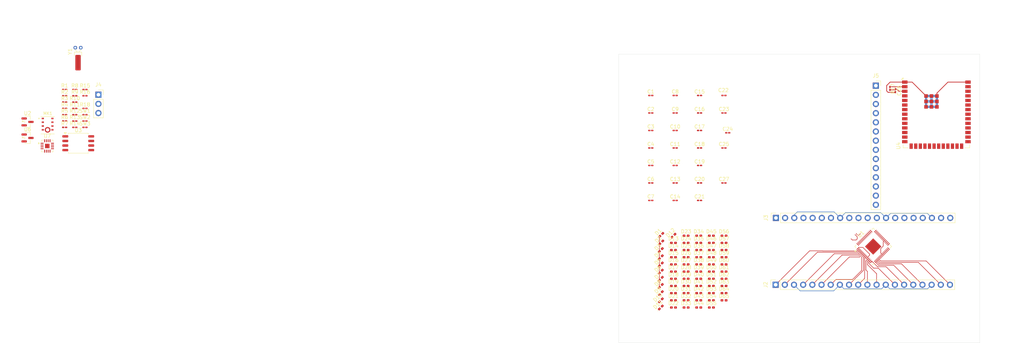
<source format=kicad_pcb>
(kicad_pcb (version 20241229) (generator "pcbnew") (generator_version "9.0")
  (layers (0 "F.Cu" signal) (2 "B.Cu" signal) (13 "F.Paste" user) (15 "B.Paste" user) (5 "F.SilkS" user "F.Silkscreen") (7 "B.SilkS" user "B.Silkscreen") (1 "F.Mask" user) (3 "B.Mask" user) (25 "Edge.Cuts" user))
  (net 0 "")
  (net 1 "+3.3V")
  (net 2 "GND")
  (net 3 "+1V1")
  (net 4 "VBUS")
  (net 5 "Net-(C15-Pad1)")
  (net 6 "XIN")
  (net 7 "Net-(C16-Pad1)")
  (net 8 "Net-(C16-Pad2)")
  (net 9 "GND1")
  (net 10 "+3.3VA")
  (net 11 "ESP3.3")
  (net 12 "ESPCHIP_PU")
  (net 13 "ESPGPIO0")
  (net 15 "Net-(MK1-VDD)")
  (net 16 "Net-(D1-A)")
  (net 17 "Net-(D1-K)")
  (net 18 "Net-(D10-A)")
  (net 19 "Net-(D11-A)")
  (net 20 "Net-(D12-A)")
  (net 21 "Net-(D13-A)")
  (net 22 "Net-(D14-A)")
  (net 23 "Net-(D15-A)")
  (net 24 "Net-(D16-A)")
  (net 25 "Net-(D10-K)")
  (net 26 "Net-(D17-K)")
  (net 27 "Net-(D25-K)")
  (net 28 "Net-(D33-K)")
  (net 29 "Net-(D41-K)")
  (net 30 "Net-(D49-K)")
  (net 31 "Net-(D57-K)")
  (net 32 "Net-(D65-A)")
  (net 33 "GPIO3")
  (net 34 "GPIO15")
  (net 35 "GPIO0")
  (net 36 "GPIO9")
  (net 37 "GPIO11")
  (net 38 "GPIO10")
  (net 39 "GPIO13")
  (net 40 "GPIO1")
  (net 41 "GPIO4")
  (net 42 "GPIO8")
  (net 43 "GPIO7")
  (net 44 "GPIO12")
  (net 45 "GPIO14")
  (net 46 "GPIO6")
  (net 47 "GPIO2")
  (net 48 "GPIO5")
  (net 68 "LCD RESET")
  (net 69 "LCD GND")
  (net 70 "LCD T_DIN")
  (net 71 "LCD T_CS")
  (net 72 "LCD T_CLK")
  (net 73 "LCD SCK")
  (net 74 "LCD 3.3V")
  (net 75 "LCD MISO")
  (net 76 "LCD DC")
  (net 77 "LCD CS")
  (net 78 "LCD T_D0")
  (net 79 "LCD LED")
  (net 80 "LCD T_IRQ")
  (net 81 "LCD MOSI")
  (net 85 "Net-(MK1-SD)")
  (net 87 "Net-(J8-CC1)")
  (net 88 "Net-(J8-CC2)")
  (net 89 "Net-(U1-USB_DM)")
  (net 90 "USB_D-")
  (net 91 "Net-(U1-USB_DP)")
  (net 92 "USB_D+")
  (net 93 "XOUT")
  (net 94 "QSPI_SS")
  (net 95 "Net-(R7-Pad1)")
  (net 96 "SDCARD_CD")
  (net 97 "SDCARD_MOSI")
  (net 98 "SDCARD_MISO")
  (net 99 "+5V")
  (net 100 "Net-(U5-ISET)")
  (net 101 "Net-(J1-CC1)")
  (net 102 "Net-(J1-CC2)")
  (net 104 "GPIO26_ADC0")
  (net 105 "GPIO24")
  (net 106 "RUN")
  (net 107 "GPIO20")
  (net 108 "GPIO29_ADC3")
  (net 109 "GPIO23")
  (net 110 "GPIO25")
  (net 111 "QSPI_SD3")
  (net 112 "GPIO21")
  (net 113 "GPIO27_ADC1")
  (net 114 "GPIO16")
  (net 115 "QSPI_SCLK")
  (net 116 "QSPI_SD2")
  (net 117 "GPIO18")
  (net 118 "QSPI_SD0")
  (net 119 "GPIO28_ADC2")
  (net 120 "GPIO17")
  (net 121 "SWD")
  (net 122 "SWCLK")
  (net 123 "GPIO22")
  (net 124 "GPIO19")
  (net 125 "QSPI_SD1")
  (net 128 "ESP USB-")
  (net 134 "ESP USB+")
  (net 164 "Net-(U7-GND-Pad11)")
  (net 165 "Net-(U7-VDD-Pad7)")
  (footprint "LED_SMD:LED_0402_1005Metric_Pad0.77x0.64mm_HandSolder" (layer "F.Cu") (at 79.5725 118.53)
    (property "Reference" "D33")
    (property "Value" "LED")
  )
  (footprint "Capacitor_SMD:C_0201_0603Metric_Pad0.64x0.40mm_HandSolder" (layer "F.Cu") (at 69.8 84)
    (property "Reference" "C6")
    (property "Value" "0.1uf")
  )
  (footprint "Capacitor_SMD:C_0201_0603Metric_Pad0.64x0.40mm_HandSolder" (layer "F.Cu") (at 76.55 59.75)
    (property "Reference" "C8")
    (property "Value" "0.1uf")
  )
  (footprint "Resistor_SMD:R_0201_0603Metric_Pad0.64x0.40mm_HandSolder" (layer "F.Cu") (at -86.8375 59.84)
    (property "Reference" "R16")
    (property "Value" "75")
  )
  (footprint "Capacitor_SMD:C_0201_0603Metric_Pad0.64x0.40mm_HandSolder" (layer "F.Cu") (at 83.3 79.15)
    (property "Reference" "C19")
    (property "Value" "10uf")
  )
  (footprint "LED_SMD:LED_0402_1005Metric_Pad0.77x0.64mm_HandSolder" (layer "F.Cu") (at 72.5725 108.58 45)
    (property "Reference" "D6")
    (property "Value" "LED")
  )
  (footprint "Capacitor_SMD:C_0201_0603Metric_Pad0.64x0.40mm_HandSolder" (layer "F.Cu") (at 90.05 74.3)
    (property "Reference" "C25")
    (property "Value" "1nf")
  )
  (footprint "LED_SMD:LED_0402_1005Metric_Pad0.77x0.64mm_HandSolder" (layer "F.Cu") (at 72.5725 102.61 45)
    (property "Reference" "D3")
    (property "Value" "LED")
  )
  (footprint "Capacitor_SMD:C_0201_0603Metric_Pad0.64x0.40mm_HandSolder" (layer "F.Cu") (at 83.3 84)
    (property "Reference" "C20")
    (property "Value" "10uf")
  )
  (footprint "LED_SMD:LED_0402_1005Metric_Pad0.77x0.64mm_HandSolder" (layer "F.Cu") (at 90.0725 108.58)
    (property "Reference" "D61")
    (property "Value" "LED")
  )
  (footprint "Capacitor_SMD:C_0201_0603Metric_Pad0.64x0.40mm_HandSolder" (layer "F.Cu") (at 91.1 70.1)
    (property "Reference" "C24")
    (property "Value" "1nf")
  )
  (footprint "LED_SMD:LED_0402_1005Metric_Pad0.77x0.64mm_HandSolder" (layer "F.Cu") (at 79.5725 112.56)
    (property "Reference" "D30")
    (property "Value" "LED")
  )
  (footprint "INMP441:MIC_INMP441" (layer "F.Cu") (at -97.1725 67.99)
    (property "Reference" "MK1")
    (property "Value" "INMP441")
  )
  (footprint "Resistor_SMD:R_0201_0603Metric_Pad0.64x0.40mm_HandSolder" (layer "F.Cu") (at -92.4575 66.84)
    (property "Reference" "R6")
    (property "Value" "R")
  )
  (footprint "LED_SMD:LED_0402_1005Metric_Pad0.77x0.64mm_HandSolder" (layer "F.Cu") (at 76.0725 108.58)
    (property "Reference" "D17")
    (property "Value" "LED")
  )
  (footprint "Resistor_SMD:R_0201_0603Metric_Pad0.64x0.40mm_HandSolder" (layer "F.Cu") (at -86.8375 58.09)
    (property "Reference" "R15")
    (property "Value" "10K")
  )
  (footprint "LED_SMD:LED_0402_1005Metric_Pad0.77x0.64mm_HandSolder" (layer "F.Cu") (at 86.5725 98.63)
    (property "Reference" "D45")
    (property "Value" "LED")
  )
  (footprint "LED_SMD:LED_0402_1005Metric_Pad0.77x0.64mm_HandSolder" (layer "F.Cu") (at 76.0725 104.6)
    (property "Reference" "D15")
    (property "Value" "LED")
  )
  (footprint "Crystal:Crystal_DS10_D1.0mm_L4.3mm_Horizontal_1EP_style1" (layer "F.Cu") (at -89.5 46.5)
    (property "Reference" "Y1")
    (property "Value" "Crystal_12MHz")
  )
  (footprint "RF_Module:ESP32-S3-WROOM-2" (layer "F.Cu") (at 148.86 61.31)
    (property "Reference" "U4")
    (property "Value" "ESP32-S3-WROOM-2")
  )
  (footprint "Capacitor_SMD:C_0201_0603Metric_Pad0.64x0.40mm_HandSolder" (layer "F.Cu") (at 69.8 69.45)
    (property "Reference" "C3")
    (property "Value" "0.1uf")
  )
  (footprint "Package_DFN_QFN:QFN-56-1EP_7x7mm_P0.4mm_EP3.2x3.2mm" (layer "F.Cu") (at 131.36 101.625 45)
    (property "Reference" "U1")
    (property "Value" "RP2040")
  )
  (footprint "LED_SMD:LED_0402_1005Metric_Pad0.77x0.64mm_HandSolder" (layer "F.Cu") (at 90.0725 112.56)
    (property "Reference" "D63")
    (property "Value" "LED")
  )
  (footprint "Resistor_SMD:R_0201_0603Metric_Pad0.64x0.40mm_HandSolder" (layer "F.Cu") (at -86.8375 66.84)
    (property "Reference" "SW2")
    (property "Value" "SW_Push")
  )
  (footprint "LED_SMD:LED_0402_1005Metric_Pad0.77x0.64mm_HandSolder" (layer "F.Cu") (at 83.0725 106.59)
    (property "Reference" "D38")
    (property "Value" "LED")
  )
  (footprint "LED_SMD:LED_0402_1005Metric_Pad0.77x0.64mm_HandSolder" (layer "F.Cu") (at 72.5725 104.6 45)
    (property "Reference" "D4")
    (property "Value" "LED")
  )
  (footprint "Resistor_SMD:R_0201_0603Metric_Pad0.64x0.40mm_HandSolder" (layer "F.Cu") (at -86.8375 68.59)
    (property "Reference" "SW3")
    (property "Value" "SW_Push")
  )
  (footprint "Capacitor_SMD:C_0201_0603Metric_Pad0.64x0.40mm_HandSolder" (layer "F.Cu") (at 90.05 84)
    (property "Reference" "C27")
    (property "Value" "0.1uf")
  )
  (footprint "Connector_PinSocket_2.54mm:PinSocket_1x03_P2.54mm_Vertical" (layer "F.Cu") (at -83.1075 59.54)
    (property "Reference" "J4")
    (property "Value" "Conn_01x03_Socket")
  )
  (footprint "LED_SMD:LED_0402_1005Metric_Pad0.77x0.64mm_HandSolder" (layer "F.Cu") (at 72.7 98.4 45)
    (property "Reference" "D1")
    (property "Value" "LED")
  )
  (footprint "LED_SMD:LED_0402_1005Metric_Pad0.77x0.64mm_HandSolder" (layer "F.Cu") (at 72.5725 106.59 45)
    (property "Reference" "D5")
    (property "Value" "LED")
  )
  (footprint "LED_SMD:LED_0402_1005Metric_Pad0.77x0.64mm_HandSolder" (layer "F.Cu") (at 79.5725 98.63)
    (property "Reference" "D23")
    (property "Value" "LED")
  )
  (footprint "LED_SMD:LED_0402_1005Metric_Pad0.77x0.64mm_HandSolder" (layer "F.Cu") (at 79.5725 114.55)
    (property "Reference" "D31")
    (property "Value" "LED")
  )
  (footprint "LED_SMD:LED_0402_1005Metric_Pad0.77x0.64mm_HandSolder" (layer "F.Cu") (at 76.0725 106.59)
    (property "Reference" "D16")
    (property "Value" "LED")
  )
  (footprint "LED_SMD:LED_0402_1005Metric_Pad0.77x0.64mm_HandSolder" (layer "F.Cu") (at 86.5725 118.53)
    (property "Reference" "D55")
    (property "Value" "LED")
  )
  (footprint "Resistor_SMD:R_0201_0603Metric_Pad0.64x0.40mm_HandSolder" (layer "F.Cu") (at -89.6475 61.59)
    (property "Reference" "R10")
    (property "Value" "10k")
  )
  (footprint "LED_SMD:LED_0402_1005Metric_Pad0.77x0.64mm_HandSolder" (layer "F.Cu") (at 90.0725 102.61)
    (property "Reference" "D58")
    (property "Value" "LED")
  )
  (footprint "LED_SMD:LED_0402_1005Metric_Pad0.77x0.64mm_HandSolder" (layer "F.Cu") (at 86.5725 116.54)
    (property "Reference" "D54")
    (property "Value" "LED")
  )
  (footprint "Capacitor_SMD:C_0201_0603Metric_Pad0.64x0.40mm_HandSolder" (layer "F.Cu") (at 83.3 88.85)
    (property "Reference" "C21")
    (property "Value" "10uf")
  )
  (footprint "Capacitor_SMD:C_0201_0603Metric_Pad0.64x0.40mm_HandSolder" (layer "F.Cu") (at 76.55 84)
    (property "Reference" "C13")
    (property "Value" "10uf")
  )
  (footprint "Capacitor_SMD:C_0201_0603Metric_Pad0.64x0.40mm_HandSolder" (layer "F.Cu") (at 76.55 74.3)
    (property "Reference" "C11")
    (property "Value" "0.1uf")
  )
  (footprint "Package_TO_SOT_SMD:SOT-23" (layer "F.Cu") (at -102.7275 71.53)
    (property "Reference" "U6")
    (property "Value" "MCP1700x-330xxTT")
  )
  (footprint "LED_SMD:LED_0402_1005Metric_Pad0.77x0.64mm_HandSolder" (layer "F.Cu") (at 83.0725 118.53)
    (property "Reference" "D44")
    (property "Value" "LED")
  )
  (footprint "Capacitor_SMD:C_0201_0603Metric_Pad0.64x0.40mm_HandSolder" (layer "F.Cu") (at 83.3 74.3)
    (property "Reference" "C18")
    (property "Value" "0.1uf")
  )
  (footprint "LED_SMD:LED_0402_1005Metric_Pad0.77x0.64mm_HandSolder" (layer "F.Cu") (at 79.5725 116.54)
    (property "Reference" "D32")
    (property "Value" "LED")
  )
  (footprint "LED_SMD:LED_0402_1005Metric_Pad0.77x0.64mm_HandSolder" (layer "F.Cu") (at 83.0725 112.56)
    (property "Reference" "D41")
    (property "Value" "LED")
  )
  (footprint "LED_SMD:LED_0402_1005Metric_Pad0.77x0.64mm_HandSolder" (layer "F.Cu") (at 72.5725 114.55 45)
    (property "Reference" "D9")
    (property "Value" "LED")
  )
  (footprint "LED_SMD:LED_0402_1005Metric_Pad0.77x0.64mm_HandSolder" (layer "F.Cu") (at 83.0725 102.61)
    (property "Reference" "D36")
    (property "Value" "LED")
  )
  (footprint "LED_SMD:LED_0402_1005Metric_Pad0.77x0.64mm_HandSolder" (layer "F.Cu") (at 86.5725 112.56)
    (property "Reference" "D52")
    (property "Value" "LED")
  )
  (footprint "LED_SMD:LED_0402_1005Metric_Pad0.77x0.64mm_HandSolder" (layer "F.Cu") (at 83.0725 104.6)
    (property "Reference" "D37")
    (property "Value" "LED")
  )
  (footprint "LED_SMD:LED_0402_1005Metric_Pad0.77x0.64mm_HandSolder" (layer "F.Cu") (at 76.0725 118.53)
    (property "Reference" "D22")
    (property "Value" "LED")
  )
  (footprint "Resistor_SMD:R_0201_0603Metric_Pad0.64x0.40mm_HandSolder" (layer "F.Cu") (at -89.6475 68.59)
    (property "Reference" "R14")
    (property "Value" "10K")
  )
  (footprint "LED_SMD:LED_0402_1005Metric_Pad0.77x0.64mm_HandSolder" (layer "F.Cu") (at 76.0725 98.63 45)
    (property "Reference" "D12")
    (property "Value" "LED")
  )
  (footprint "LED_SMD:LED_0402_1005Metric_Pad0.77x0.64mm_HandSolder" (layer "F.Cu") (at 79.5725 110.57)
    (property "Reference" "D29")
    (property "Value" "LED")
  )
  (footprint "LED_SMD:LED_0402_1005Metric_Pad0.77x0.64mm_HandSolder" (layer "F.Cu") (at 72.7 100.5 45)
    (property "Reference" "D2")
    (property "Value" "LED")
  )
  (footprint "LED_SMD:LED_0402_1005Metric_Pad0.77x0.64mm_HandSolder" (layer "F.Cu") (at 72.5725 110.57 45)
    (property "Reference" "D7")
    (property "Value" "LED")
  )
  (footprint "LED_SMD:LED_0402_1005Metric_Pad0.77x0.64mm_HandSolder" (layer "F.Cu") (at 86.5725 108.58)
    (property "Reference" "D50")
    (property "Value" "LED")
  )
  (footprint "Resistor_SMD:R_0201_0603Metric_Pad0.64x0.40mm_HandSolder" (layer "F.Cu") (at 136 57.8 -90)
    (property "Reference" "R17")
    (property "Value" "10K")
  )
  (footprint "Capacitor_SMD:C_0201_0603Metric_Pad0.64x0.40mm_HandSolder" (layer "F.Cu") (at 76.55 88.85)
    (property "Reference" "C14")
    (property "Value" "10uf")
  )
  (footprint "LED_SMD:LED_0402_1005Metric_Pad0.77x0.64mm_HandSolder" (layer "F.Cu") (at 83.0725 110.57)
    (property "Reference" "D40")
    (property "Value" "LED")
  )
  (footprint "LED_SMD:LED_0402_1005Metric_Pad0.77x0.64mm_HandSolder" (layer "F.Cu") (at 76.0725 100.62)
    (property "Reference" "D13")
    (property "Value" "LED")
  )
  (footprint "Connector_PinSocket_2.54mm:PinSocket_1x20_P2.54mm_Vertical" (layer "F.Cu") (at 104.44 93.7 90)
    (property "Reference" "J3")
    (property "Value" "Conn_01x20_Socket")
  )
  (footprint "Resistor_SMD:R_0201_0603Metric_Pad0.64x0.40mm_HandSolder" (layer "F.Cu") (at -92.4575 63.34)
    (property "Reference" "R4")
    (property "Value" "27")
  )
  (footprint "Package_SO:SOIC-8_5.3x5.3mm_P1.27mm" (layer "F.Cu") (at -88.6875 72.995)
    (property "Reference" "U3")
    (property "Value" "W25Q128JVS")
  )
  (footprint "LED_SMD:LED_0402_1005Metric_Pad0.77x0.64mm_HandSolder" (layer "F.Cu") (at 76.0725 112.56)
    (property "Reference" "D19")
    (property "Value" "LED")
  )
  (footprint "LED_SMD:LED_0402_1005Metric_Pad0.77x0.64mm_HandSolder" (layer "F.Cu") (at 76.0725 114.55)
    (property "Reference" "D20")
    (property "Value" "LED")
  )
  (footprint "LED_SMD:LED_0402_1005Metric_Pad0.77x0.64mm_HandSolder" (layer "F.Cu") (at 86.5725 114.55)
    (property "Reference" "D53")
    (property "Value" "LED")
  )
  (footprint "Capacitor_SMD:C_0201_0603Metric_Pad0.64x0.40mm_HandSolder" (layer "F.Cu") (at 69.8 59.75)
    (property "Reference" "C1")
    (property "Value" "0.1uf")
  )
  (footprint "LED_SMD:LED_0402_1005Metric_Pad0.77x0.64mm_HandSolder" (layer "F.Cu") (at 90.0725 114.55)
    (property "Reference" "D64")
    (property "Value" "LED")
  )
  (footprint "LED_SMD:LED_0402_1005Metric_Pad0.77x0.64mm_HandSolder" (layer "F.Cu") (at 90.0725 100.62)
    (property "Reference" "D57")
    (property "Value" "LED")
  )
  (footprint "LED_SMD:LED_0402_1005Metric_Pad0.77x0.64mm_HandSolder" (layer "F.Cu") (at 83.0725 100.62)
    (property "Reference" "D35")
    (property "Value" "LED")
  )
  (footprint "LED_SMD:LED_0402_1005Metric_Pad0.77x0.64mm_HandSolder" (layer "F.Cu") (at 83.0725 98.63)
    (property "Reference" "D34")
    (property "Value" "LED")
  )
  (footprint "Capacitor_SMD:C_0201_0603Metric_Pad0.64x0.40mm_HandSolder" (layer "F.Cu") (at 76.55 69.45)
    (property "Reference" "C10")
    (property "Value" "0.1uf")
  )
  (footprint "Resistor_SMD:R_0201_0603Metric_Pad0.64x0.40mm_HandSolder" (layer "F.Cu") (at -89.6475 65.09)
    (property "Reference" "R12")
    (property "Value" "5.1K")
  )
  (footprint "LED_SMD:LED_0402_1005Metric_Pad0.77x0.64mm_HandSolder" (layer "F.Cu") (at 86.5725 106.59)
    (property "Reference" "D49")
    (property "Value" "LED")
  )
  (footprint "Resistor_SMD:R_0201_0603Metric_Pad0.64x0.40mm_HandSolder" (layer "F.Cu") (at -89.6475 63.34)
    (property "Reference" "R11")
    (property "Value" "9.53K")
  )
  (footprint "Resistor_SMD:R_0201_0603Metric_Pad0.64x0.40mm_HandSolder" (layer "F.Cu") (at -89.6475 59.84)
    (property "Reference" "R9")
    (property "Value" "10k")
  )
  (footprint "LED_SMD:LED_0402_1005Metric_Pad0.77x0.64mm_HandSolder" (layer "F.Cu") (at 90.0725 98.63)
    (property "Reference" "D56")
    (property "Value" "LED")
  )
  (footprint "LED_SMD:LED_0402_1005Metric_Pad0.77x0.64mm_HandSolder" (layer "F.Cu") (at 86.5725 100.62)
    (property "Reference" "D46")
    (property "Value" "LED")
  )
  (footprint "LED_SMD:LED_0402_1005Metric_Pad0.77x0.64mm_HandSolder" (layer "F.Cu") (at 76.0725 110.57)
    (property "Reference" "D18")
    (property "Value" "LED")
  )
  (footprint "Resistor_SMD:R_0201_0603Metric_Pad0.64x0.40mm_HandSolder" (layer "F.Cu") (at -92.4575 58.09)
    (property "Reference" "R1")
    (property "Value" "5.1K")
  )
  (footprint "Capacitor_SMD:C_0201_0603Metric_Pad0.64x0.40mm_HandSolder" (layer "F.Cu") (at 69.8 64.6)
    (property "Reference" "C2")
    (property "Value" "0.1uf")
  )
  (footprint "Capacitor_SMD:C_0201_0603Metric_Pad0.64x0.40mm_HandSolder" (layer "F.Cu") (at 90.05 59.75)
    (property "Reference" "C22")
    (property "Value" "0.1uf")
  )
  (footprint "Capacitor_SMD:C_0201_0603Metric_Pad0.64x0.40mm_HandSolder" (layer "F.Cu") (at 83.3 59.75)
    (property "Reference" "C15")
    (property "Value" "33pf")
  )
  (footprint "Resistor_SMD:R_0201_0603Metric_Pad0.64x0.40mm_HandSolder" (layer "F.Cu") (at -89.6475 66.84)
    (property "Reference" "R13")
    (property "Value" "5.1K")
  )
  (footprint "LED_SMD:LED_0402_1005Metric_Pad0.77x0.64mm_HandSolder" (layer "F.Cu") (at 90.0725 104.6)
    (property "Reference" "D59")
    (property "Value" "LED")
  )
  (footprint "Capacitor_SMD:C_0201_0603Metric_Pad0.64x0.40mm_HandSolder" (layer "F.Cu") (at 76.55 79.15)
    (property "Reference" "C12")
    (property "Value" "1uf")
  )
  (footprint "Package_DFN_QFN:TQFN-16-1EP_3x3mm_P0.5mm_EP1.23x1.23mm" (layer "F.Cu") (at -97.2625 73.75)
    (property "Reference" "U7")
    (property "Value" "MAX98357A")
  )
  (footprint "LED_SMD:LED_0402_1005Metric_Pad0.77x0.64mm_HandSolder" (layer "F.Cu") (at 90.0725 106.59)
    (property "Reference" "D60")
    (property "Value" "LED")
  )
  (footprint "LED_SMD:LED_0402_1005Metric_Pad0.77x0.64mm_HandSolder" (layer "F.Cu") (at 79.5725 102.61)
    (property "Reference" "D25")
    (property "Value" "LED")
  )
  (footprint "Connector_PinSocket_2.54mm:PinSocket_1x20_P2.54mm_Vertical" (layer "F.Cu") (at 104.36 112.225 90)
    (property "Reference" "J2")
    (property "Value" "Conn_01x20_Socket")
  )
  (footprint "LED_SMD:LED_0402_1005Metric_Pad0.77x0.64mm_HandSolder" (layer "F.Cu") (at 79.5725 108.58)
    (property "Reference" "D28")
    (property "Value" "LED")
  )
  (footprint "LED_SMD:LED_0402_1005Metric_Pad0.77x0.64mm_HandSolder" (layer "F.Cu") (at 79.5725 104.6)
    (property "Reference" "D26")
    (property "Value" "LED")
  )
  (footprint "Resistor_SMD:R_0201_0603Metric_Pad0.64x0.40mm_HandSolder" (layer "F.Cu") (at -86.8375 63.34)
    (property "Reference" "R18")
    (property "Value" "100k")
  )
  (footprint "Capacitor_SMD:C_0201_0603Metric_Pad0.64x0.40mm_HandSolder" (layer "F.Cu") (at 76.55 64.6)
    (property "Reference" "C9")
    (property "Value" "1uf")
  )
  (footprint "LED_SMD:LED_0402_1005Metric_Pad0.77x0.64mm_HandSolder" (layer "F.Cu") (at 72.5725 116.54 45)
    (property "Reference" "D10")
    (property "Value" "LED")
  )
  (footprint "Capacitor_SMD:C_0201_0603Metric_Pad0.64x0.40mm_HandSolder" (layer "F.Cu") (at 90.05 64.6)
    (property "Reference" "C23")
    (property "Value" "0.1uf")
  )
  (footprint "Resistor_SMD:R_0201_0603Metric_Pad0.64x0.40mm_HandSolder" (layer "F.Cu") (at -92.4575 61.59)
    (property "Reference" "R3")
    (property "Value" "27")
  )
  (footprint "Capacitor_SMD:C_0201_0603Metric_Pad0.64x0.40mm_HandSolder" (layer "F.Cu") (at 69.8 88.85)
    (property "Reference" "C7")
    (property "Value" "0.1uf")
  )
  (footprint "Resistor_SMD:R_0201_0603Metric_Pad0.64x0.40mm_HandSolder" (layer "F.Cu") (at -92.4575 65.09)
    (property "Reference" "R5")
    (property "Value" "1k")
  )
  (footprint "Connector_PinSocket_2.54mm:PinSocket_1x14_P2.54mm_Vertical" (layer "F.Cu") (at 132.1 57.04)
    (property "Reference" "J5")
    (property "Value" "Conn_01x14_Socket")
  )
  (footprint "LED_SMD:LED_0402_1005Metric_Pad0.77x0.64mm_HandSolder" (layer "F.Cu") (at 72.5725 112.56 45)
    (property "Reference" "D8")
    (property "Value" "LED")
  )
  (footprint "LED_SMD:LED_0402_1005Metric_Pad0.77x0.64mm_HandSolder" (layer "F.Cu") (at 72.5725 118.53 45)
    (property "Reference" "D11")
    (property "Value" "LED")
  )
  (footprint "LED_SMD:LED_0402_1005Metric_Pad0.77x0.64mm_HandSolder" (layer "F.Cu") (at 86.5725 104.6)
    (property "Reference" "D48")
    (property "Value" "LED")
  )
  (footprint "Capacitor_SMD:C_0201_0603Metric_Pad0.64x0.40mm_HandSolder" (layer "F.Cu") (at 83.3 69.45)
    (property "Reference" "C17")
    (property "Value" "C")
  )
  (footprint "LED_SMD:LED_0402_1005Metric_Pad0.77x0.64mm_HandSolder" (layer "F.Cu") (at 83.0725 114.55)
    (property "Reference" "D42")
    (property "Value" "LED")
  )
  (footprint "Capacitor_SMD:C_0201_0603Metric_Pad0.64x0.40mm_HandSolder" (layer "F.Cu") (at 83.3 64.6)
    (property "Reference" "C16")
    (property "Value" "33pf")
  )
  (footprint "Capacitor_SMD:C_0201_0603Metric_Pad0.64x0.40mm_HandSolder" (layer "F.Cu") (at 137.5 58.4 -90)
    (property "Reference" "C26")
    (property "Value" "1uf")
  )
  (footprint "Resistor_SMD:R_0201_0603Metric_Pad0.64x0.40mm_HandSolder" (layer "F.Cu") (at -86.8375 65.09)
    (property "Reference" "SW1")
    (property "Value" "SW_Push")
  )
  (footprint "LED_SMD:LED_0402_1005Metric_Pad0.77x0.64mm_HandSolder" (layer "F.Cu") (at 90.0725 116.54)
    (property "Reference" "D65")
    (property "Value" "LED")
  )
  (footprint "LED_SMD:LED_0402_1005Metric_Pad0.77x0.64mm_HandSolder" (layer "F.Cu") (at 79.5725 100.62)
    (property "Reference" "D24")
    (property "Value" "LED")
  )
  (footprint "LED_SMD:LED_0402_1005Metric_Pad0.77x0.64mm_HandSolder" (layer "F.Cu") (at 79.5725 106.59)
    (property "Reference" "D27")
    (property "Value" "LED")
  )
  (footprint "LED_SMD:LED_0402_1005Metric_Pad0.77x0.64mm_HandSolder" (layer "F.Cu") (at 86.5725 102.61)
    (property "Reference" "D47")
    (property "Value" "LED")
  )
  (footprint "Package_TO_SOT_SMD:SOT-23" (layer "F.Cu") (at -102.7275 67.08)
    (property "Reference" "U2")
    (property "Value" "MCP1700x-330xxTT")
  )
  (footprint "Resistor_SMD:R_0201_0603Metric_Pad0.64x0.40mm_HandSolder" (layer "F.Cu") (at -92.4575 59.84)
    (property "Reference" "R2")
    (property "Value" "5.1K")
  )
  (footprint "LED_SMD:LED_0402_1005Metric_Pad0.77x0.64mm_HandSolder" (layer "F.Cu") (at 76.0725 116.54)
    (property "Reference" "D21")
    (property "Value" "LED")
  )
  (footprint "Resistor_SMD:R_0201_0603Metric_Pad0.64x0.40mm_HandSolder" (layer "F.Cu") (at -89.6475 58.09)
    (property "Reference" "R8")
    (property "Value" "10k")
  )
  (footprint "Capacitor_SMD:C_0201_0603Metric_Pad0.64x0.40mm_HandSolder" (layer "F.Cu") (at 69.8 74.3)
    (property "Reference" "C4")
    (property "Value" "0.1uf")
  )
  (footprint "Resistor_SMD:R_0201_0603Metric_Pad0.64x0.40mm_HandSolder" (layer "F.Cu") (at -92.4575 68.59)
    (property "Reference" "R7")
    (property "Value" "R")
  )
  (footprint "LED_SMD:LED_0402_1005Metric_Pad0.77x0.64mm_HandSolder" (layer "F.Cu") (at 86.5725 110.57)
    (property "Reference" "D51")
    (property "Value" "LED")
  )
  (footprint "LED_SMD:LED_0402_1005Metric_Pad0.77x0.64mm_HandSolder" (layer "F.Cu") (at 83.0725 108.58)
    (property "Reference" "D39")
    (property "Value" "LED")
  )
  (footprint "Capacitor_SMD:C_0201_0603Metric_Pad0.64x0.40mm_HandSolder" (layer "F.Cu") (at 69.8 79.15)
    (property "Reference" "C5")
    (property "Value" "0.1uf")
  )
  (footprint "LED_SMD:LED_0402_1005Metric_Pad0.77x0.64mm_HandSolder" (layer "F.Cu") (at 83.0725 116.54)
    (property "Reference" "D43")
    (property "Value" "LED")
  )
  (footprint "LED_SMD:LED_0402_1005Metric_Pad0.77x0.64mm_HandSolder" (layer "F.Cu") (at 90.0725 110.57)
    (property "Reference" "D62")
    (property "Value" "LED")
  )
  (footprint "LED_SMD:LED_0402_1005Metric_Pad0.77x0.64mm_HandSolder" (layer "F.Cu") (at 76.0725 102.61)
    (property "Reference" "D14")
    (property "Value" "LED")
  )
  (gr_rect (start 60.9 48.3) (end 160.9 128.3) (stroke (width 0.05)) (fill no) (layer "Edge.Cuts"))
  (segment (start 134.14429 101.493776) (end 134.14429 100.254923) (width 0.15) (layer "F.Cu") (net 1))
  (segment (start 133.932101 103.914258) (end 133.46 103.442157) (width 0.15) (layer "F.Cu") (net 1))
  (segment (start 126.670843 98.055843) (end 127.14 98.525) (width 0.15) (layer "F.Cu") (net 1))
  (segment (start 127.14 98.525) (end 127.363045 98.525) (width 0.15) (layer "F.Cu") (net 1))
  (segment (start 134.14429 100.254923) (end 134.497786 99.901427) (width 0.15) (layer "F.Cu") (net 1))
  (segment (start 133.46 103.442157) (end 133.46 102.178066) (width 0.15) (layer "F.Cu") (net 1))
  (segment (start 127.090843 102.217202) (end 127.444339 101.863706) (width 0.15) (layer "F.Cu") (net 1))
  (segment (start 126.94 99.525) (end 126.94 98.925) (width 0.15) (layer "F.Cu") (net 1))
  (segment (start 126.364955 98.349955) (end 126.364955 98.338686) (width 0.15) (layer "F.Cu") (net 1))
  (segment (start 126.94 98.925) (end 126.364955 98.349955) (width 0.15) (layer "F.Cu") (net 1))
  (segment (start 125.588529 99.825) (end 126.64 99.825) (width 0.15) (layer "F.Cu") (net 1))
  (segment (start 126.64 99.825) (end 126.94 99.525) (width 0.15) (layer "F.Cu") (net 1))
  (segment (start 133.46 102.178066) (end 134.14429 101.493776) (width 0.15) (layer "F.Cu") (net 1))
  (segment (start 126.647798 98.055843) (end 126.670843 98.055843) (width 0.15) (layer "F.Cu") (net 1))
  (segment (start 128.498706 101.863706) (end 130.36 103.725) (width 0.15) (layer "F.Cu") (net 1))
  (segment (start 127.444339 101.863706) (end 128.498706 101.863706) (width 0.15) (layer "F.Cu") (net 1))
  (segment (start 125.233585 99.470056) (end 125.588529 99.825) (width 0.15) (layer "F.Cu") (net 1))
  (segment (start 130.36 103.725) (end 130.36 104.039213) (width 0.15) (layer "F.Cu") (net 1))
  (segment (start 130.36 104.039213) (end 129.636427 104.762786) (width 0.15) (layer "F.Cu") (net 1))
  (segment (start 127.363045 98.525) (end 127.832202 98.055843) (width 0.15) (layer "F.Cu") (net 1))
  (segment (start 109.44 112.225) (end 111.14 113.925) (width 0.15) (layer "B.Cu") (net 2))
  (segment (start 123.695 92.225) (end 133.445 92.225) (width 0.15) (layer "B.Cu") (net 2))
  (segment (start 134.84 112.225) (end 133.714 113.351) (width 0.15) (layer "B.Cu") (net 2))
  (segment (start 110.34 92.025) (end 109.52 92.845) (width 0.15) (layer "B.Cu") (net 2))
  (segment (start 123.266 113.351) (end 122.14 112.225) (width 0.15) (layer "B.Cu") (net 2))
  (segment (start 111.14 113.925) (end 120.44 113.925) (width 0.15) (layer "B.Cu") (net 2))
  (segment (start 147.62 93.7) (end 146.345 92.425) (width 0.15) (layer "B.Cu") (net 2))
  (segment (start 120.44 113.925) (end 122.14 112.225) (width 0.15) (layer "B.Cu") (net 2))
  (segment (start 122.22 93.7) (end 120.545 92.025) (width 0.15) (layer "B.Cu") (net 2))
  (segment (start 146.345 92.425) (end 136.195 92.425) (width 0.15) (layer "B.Cu") (net 2))
  (segment (start 147.54 112.225) (end 146.414 113.351) (width 0.15) (layer "B.Cu") (net 2))
  (segment (start 136.195 92.425) (end 134.92 93.7) (width 0.15) (layer "B.Cu") (net 2))
  (segment (start 135.966 113.351) (end 134.84 112.225) (width 0.15) (layer "B.Cu") (net 2))
  (segment (start 133.714 113.351) (end 123.266 113.351) (width 0.15) (layer "B.Cu") (net 2))
  (segment (start 146.414 113.351) (end 135.966 113.351) (width 0.15) (layer "B.Cu") (net 2))
  (segment (start 133.445 92.225) (end 134.92 93.7) (width 0.15) (layer "B.Cu") (net 2))
  (segment (start 120.545 92.025) (end 110.34 92.025) (width 0.15) (layer "B.Cu") (net 2))
  (segment (start 122.22 93.7) (end 123.695 92.225) (width 0.15) (layer "B.Cu") (net 2))
  (segment (start 109.52 92.845) (end 109.52 93.7) (width 0.15) (layer "B.Cu") (net 2))
  (segment (start 149 62.9) (end 148.25 62.9) (width 0.2) (layer "F.Cu") (net 9))
  (segment (start 149 59.9) (end 149 60.65) (width 0.2) (layer "F.Cu") (net 9))
  (segment (start 137.4075 58.9) (end 137.5 58.8075) (width 0.2) (layer "F.Cu") (net 9))
  (segment (start 149 59.1) (end 152.05 56.05) (width 0.2) (layer "F.Cu") (net 9))
  (segment (start 146 59.9) (end 146.75 59.9) (width 0.2) (layer "F.Cu") (net 9))
  (segment (start 149 61.4) (end 149 60.65) (width 0.2) (layer "F.Cu") (net 9))
  (segment (start 137.5 58.8075) (end 137.5 58.9) (width 0.2) (layer "F.Cu") (net 9))
  (segment (start 147.5 62.9) (end 146.75 62.9) (width 0.2) (layer "F.Cu") (net 9))
  (segment (start 146 59.9) (end 142.15 56.05) (width 0.2) (layer "F.Cu") (net 9))
  (segment (start 136.05 56.05) (end 135.1 57) (width 0.2) (layer "F.Cu") (net 9))
  (segment (start 147.5 62.9) (end 147.5 62.15) (width 0.2) (layer "F.Cu") (net 9))
  (segment (start 147.5 61.4) (end 147.5 60.65) (width 0.2) (layer "F.Cu") (net 9))
  (segment (start 135.1 58.5) (end 135.5 58.9) (width 0.2) (layer "F.Cu") (net 9))
  (segment (start 146 61.4) (end 146 60.65) (width 0.2) (layer "F.Cu") (net 9))
  (segment (start 146 61.4) (end 146.75 61.4) (width 0.2) (layer "F.Cu") (net 9))
  (segment (start 146 61.4) (end 146 62.15) (width 0.2) (layer "F.Cu") (net 9))
  (segment (start 146 62.9) (end 146.75 62.9) (width 0.2) (layer "F.Cu") (net 9))
  (segment (start 146 62.9) (end 146 62.15) (width 0.2) (layer "F.Cu") (net 9))
  (segment (start 149 59.9) (end 148.25 59.9) (width 0.2) (layer "F.Cu") (net 9))
  (segment (start 149 59.9) (end 149 59.1) (width 0.2) (layer "F.Cu") (net 9))
  (segment (start 140.11 56.05) (end 136.05 56.05) (width 0.2) (layer "F.Cu") (net 9))
  (segment (start 147.5 59.9) (end 146.75 59.9) (width 0.2) (layer "F.Cu") (net 9))
  (segment (start 147.5 59.9) (end 148.25 59.9) (width 0.2) (layer "F.Cu") (net 9))
  (segment (start 142.15 56.05) (end 140.11 56.05) (width 0.2) (layer "F.Cu") (net 9))
  (segment (start 149 61.4) (end 149 62.15) (width 0.2) (layer "F.Cu") (net 9))
  (segment (start 135.1 57) (end 135.1 58.5) (width 0.2) (layer "F.Cu") (net 9))
  (segment (start 147.5 59.9) (end 147.5 60.65) (width 0.2) (layer "F.Cu") (net 9))
  (segment (start 135.5 58.9) (end 137.4075 58.9) (width 0.2) (layer "F.Cu") (net 9))
  (segment (start 152.05 56.05) (end 157.61 56.05) (width 0.2) (layer "F.Cu") (net 9))
  (segment (start 136 57.3925) (end 136.0725 57.32) (width 0.2) (layer "F.Cu") (net 11))
  (segment (start 136.0725 57.32) (end 140.11 57.32) (width 0.2) (layer "F.Cu") (net 11))
  (segment (start 137.5 57.9925) (end 137.8925 57.9925) (width 0.2) (layer "F.Cu") (net 12))
  (segment (start 138.49 58.59) (end 140.11 58.59) (width 0.2) (layer "F.Cu") (net 12))
  (segment (start 137.3035 58.189) (end 137.5 57.9925) (width 0.2) (layer "F.Cu") (net 12))
  (segment (start 136.0185 58.189) (end 137.3035 58.189) (width 0.2) (layer "F.Cu") (net 12))
  (segment (start 137.8925 57.9925) (end 138.49 58.59) (width 0.2) (layer "F.Cu") (net 12))
  (segment (start 136 58.2075) (end 136.0185 58.189) (width 0.2) (layer "F.Cu") (net 12))
  (segment (start 72.167681 98.932319) (end 72.167681 112.964819) (width 0.15) (layer "F.Cu") (net 17))
  (segment (start 72.295181 98.804819) (end 72.167681 98.932319) (width 0.15) (layer "F.Cu") (net 17))
  (segment (start 127.545787 104.025) (end 122.72 104.025) (width 0.15) (layer "F.Cu") (net 33))
  (segment (start 128.222214 103.348573) (end 127.545787 104.025) (width 0.15) (layer "F.Cu") (net 33))
  (segment (start 122.72 104.025) (end 114.52 112.225) (width 0.15) (layer "F.Cu") (net 33))
  (segment (start 146.02 105.625) (end 152.62 112.225) (width 0.15) (layer "F.Cu") (net 34))
  (segment (start 133.380101 105.625) (end 146.02 105.625) (width 0.15) (layer "F.Cu") (net 34))
  (segment (start 132.80073 105.045629) (end 133.380101 105.625) (width 0.15) (layer "F.Cu") (net 34))
  (segment (start 113.76 102.825) (end 104.36 112.225) (width 0.15) (layer "F.Cu") (net 35))
  (segment (start 127.02019 102.853541) (end 117.388541 102.853541) (width 0.15) (layer "F.Cu") (net 35))
  (segment (start 127.373686 102.500045) (end 127.02019 102.853541) (width 0.15) (layer "F.Cu") (net 35))
  (segment (start 117.36 102.825) (end 113.76 102.825) (width 0.15) (layer "F.Cu") (net 35))
  (segment (start 117.388541 102.853541) (end 117.36 102.825) (width 0.15) (layer "F.Cu") (net 35))
  (segment (start 132.3 109.165) (end 132.3 112.225) (width 0.15) (layer "F.Cu") (net 36))
  (segment (start 130.202113 105.328472) (end 129.780459 105.750126) (width 0.15) (layer "F.Cu") (net 36))
  (segment (start 129.780459 105.750126) (end 129.780459 106.645459) (width 0.15) (layer "F.Cu") (net 36))
  (segment (start 129.780459 106.645459) (end 132.3 109.165) (width 0.15) (layer "F.Cu") (net 36))
  (segment (start 132.56 107.225) (end 134.92 107.225) (width 0.15) (layer "F.Cu") (net 37))
  (segment (start 130.767798 105.894157) (end 131.229157 105.894157) (width 0.15) (layer "F.Cu") (net 37))
  (segment (start 134.92 107.225) (end 139.92 112.225) (width 0.15) (layer "F.Cu") (net 37))
  (segment (start 131.229157 105.894157) (end 132.56 107.225) (width 0.15) (layer "F.Cu") (net 37))
  (segment (start 130.131459 105.96481) (end 130.131459 106.266862) (width 0.15) (layer "F.Cu") (net 38))
  (segment (start 130.131459 106.266862) (end 131.489597 107.625) (width 0.15) (layer "F.Cu") (net 38))
  (segment (start 130.484955 105.611314) (end 130.131459 105.96481) (width 0.15) (layer "F.Cu") (net 38))
  (segment (start 132.78 107.625) (end 137.38 112.225) (width 0.15) (layer "F.Cu") (net 38))
  (segment (start 131.489597 107.625) (end 132.78 107.625) (width 0.15) (layer "F.Cu") (net 38))
  (segment (start 132.235045 105.611314) (end 133.048731 106.425) (width 0.15) (layer "F.Cu") (net 39))
  (segment (start 139.2 106.425) (end 145 112.225) (width 0.15) (layer "F.Cu") (net 39))
  (segment (start 133.048731 106.425) (end 139.2 106.425) (width 0.15) (layer "F.Cu") (net 39))
  (segment (start 115.920459 103.204541) (end 106.9 112.225) (width 0.15) (layer "F.Cu") (net 40))
  (segment (start 127.234874 103.204541) (end 115.920459 103.204541) (width 0.15) (layer "F.Cu") (net 40))
  (segment (start 127.656528 102.782887) (end 127.234874 103.204541) (width 0.15) (layer "F.Cu") (net 40))
  (segment (start 128.505056 103.631415) (end 127.611471 104.525) (width 0.15) (layer "F.Cu") (net 41))
  (segment (start 127.611471 104.525) (end 124.76 104.525) (width 0.15) (layer "F.Cu") (net 41))
  (segment (start 124.76 104.525) (end 117.06 112.225) (width 0.15) (layer "F.Cu") (net 41))
  (segment (start 129.36 108.125) (end 129.76 108.525) (width 0.15) (layer "F.Cu") (net 42))
  (segment (start 129.36 105.604899) (end 129.36 108.125) (width 0.15) (layer "F.Cu") (net 42))
  (segment (start 129.76 108.525) (end 129.76 112.225) (width 0.15) (layer "F.Cu") (net 42))
  (segment (start 129.91927 105.045629) (end 129.36 105.604899) (width 0.15) (layer "F.Cu") (net 42))
  (segment (start 129.353585 104.479944) (end 129.000088 104.833441) (width 0.15) (layer "F.Cu") (net 43))
  (segment (start 129.000088 104.833441) (end 129.000088 110.444912) (width 0.15) (layer "F.Cu") (net 43))
  (segment (start 129.000088 110.444912) (end 127.22 112.225) (width 0.15) (layer "F.Cu") (net 43))
  (segment (start 132.883045 106.825) (end 137.06 106.825) (width 0.15) (layer "F.Cu") (net 44))
  (segment (start 131.952202 105.894157) (end 132.883045 106.825) (width 0.15) (layer "F.Cu") (net 44))
  (segment (start 137.06 106.825) (end 142.46 112.225) (width 0.15) (layer "F.Cu") (net 44))
  (segment (start 133.214415 106.025) (end 143.88 106.025) (width 0.15) (layer "F.Cu") (net 45))
  (segment (start 143.88 106.025) (end 150.08 112.225) (width 0.15) (layer "F.Cu") (net 45))
  (segment (start 132.517887 105.328472) (end 133.214415 106.025) (width 0.15) (layer "F.Cu") (net 45))
  (segment (start 128.649088 104.618755) (end 128.649088 108.255912) (width 0.15) (layer "F.Cu") (net 46))
  (segment (start 128.649088 108.255912) (end 124.68 112.225) (width 0.15) (layer "F.Cu") (net 46))
  (segment (start 129.070742 104.197101) (end 128.649088 104.618755) (width 0.15) (layer "F.Cu") (net 46))
  (segment (start 120.58 103.625) (end 111.98 112.225) (width 0.15) (layer "F.Cu") (net 47))
  (segment (start 127.939371 103.06573) (end 127.380101 103.625) (width 0.15) (layer "F.Cu") (net 47))
  (segment (start 127.380101 103.625) (end 120.58 103.625) (width 0.15) (layer "F.Cu") (net 47))
  (segment (start 128.16 108.248612) (end 125.671806 110.736806) (width 0.15) (layer "F.Cu") (net 48))
  (segment (start 128.787899 103.914258) (end 128.16 104.542157) (width 0.15) (layer "F.Cu") (net 48))
  (segment (start 125.671806 110.736806) (end 121.088194 110.736806) (width 0.15) (layer "F.Cu") (net 48))
  (segment (start 121.088194 110.736806) (end 119.6 112.225) (width 0.15) (layer "F.Cu") (net 48))
  (segment (start 128.16 104.542157) (end 128.16 108.248612) (width 0.15) (layer "F.Cu") (net 48))
)
</source>
